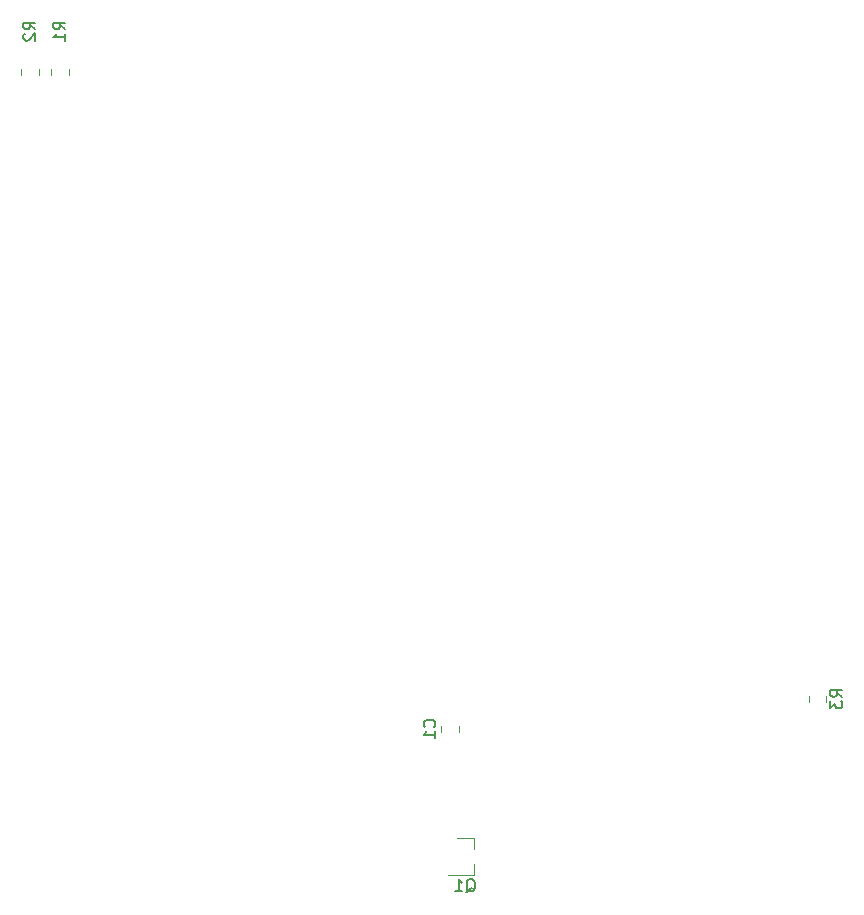
<source format=gbr>
%TF.GenerationSoftware,KiCad,Pcbnew,(5.1.8)-1*%
%TF.CreationDate,2024-07-24T23:05:17+03:00*%
%TF.ProjectId,ALU,414c552e-6b69-4636-9164-5f7063625858,rev?*%
%TF.SameCoordinates,Original*%
%TF.FileFunction,Legend,Bot*%
%TF.FilePolarity,Positive*%
%FSLAX46Y46*%
G04 Gerber Fmt 4.6, Leading zero omitted, Abs format (unit mm)*
G04 Created by KiCad (PCBNEW (5.1.8)-1) date 2024-07-24 23:05:17*
%MOMM*%
%LPD*%
G01*
G04 APERTURE LIST*
%ADD10C,0.120000*%
%ADD11C,0.150000*%
G04 APERTURE END LIST*
D10*
%TO.C,R3*%
X96620000Y-91667064D02*
X96620000Y-91212936D01*
X95150000Y-91667064D02*
X95150000Y-91212936D01*
%TO.C,R2*%
X29945000Y-38142936D02*
X29945000Y-38597064D01*
X28475000Y-38142936D02*
X28475000Y-38597064D01*
%TO.C,R1*%
X32485000Y-38142936D02*
X32485000Y-38597064D01*
X31015000Y-38142936D02*
X31015000Y-38597064D01*
%TO.C,Q1*%
X66800000Y-103195000D02*
X65340000Y-103195000D01*
X66800000Y-106355000D02*
X64640000Y-106355000D01*
X66800000Y-106355000D02*
X66800000Y-105425000D01*
X66800000Y-103195000D02*
X66800000Y-104125000D01*
%TO.C,C1*%
X65505000Y-93718748D02*
X65505000Y-94241252D01*
X64035000Y-93718748D02*
X64035000Y-94241252D01*
%TO.C,R3*%
D11*
X97987380Y-91273333D02*
X97511190Y-90940000D01*
X97987380Y-90701904D02*
X96987380Y-90701904D01*
X96987380Y-91082857D01*
X97035000Y-91178095D01*
X97082619Y-91225714D01*
X97177857Y-91273333D01*
X97320714Y-91273333D01*
X97415952Y-91225714D01*
X97463571Y-91178095D01*
X97511190Y-91082857D01*
X97511190Y-90701904D01*
X96987380Y-91606666D02*
X96987380Y-92225714D01*
X97368333Y-91892380D01*
X97368333Y-92035238D01*
X97415952Y-92130476D01*
X97463571Y-92178095D01*
X97558809Y-92225714D01*
X97796904Y-92225714D01*
X97892142Y-92178095D01*
X97939761Y-92130476D01*
X97987380Y-92035238D01*
X97987380Y-91749523D01*
X97939761Y-91654285D01*
X97892142Y-91606666D01*
%TO.C,R2*%
X29662380Y-34758333D02*
X29186190Y-34425000D01*
X29662380Y-34186904D02*
X28662380Y-34186904D01*
X28662380Y-34567857D01*
X28710000Y-34663095D01*
X28757619Y-34710714D01*
X28852857Y-34758333D01*
X28995714Y-34758333D01*
X29090952Y-34710714D01*
X29138571Y-34663095D01*
X29186190Y-34567857D01*
X29186190Y-34186904D01*
X28757619Y-35139285D02*
X28710000Y-35186904D01*
X28662380Y-35282142D01*
X28662380Y-35520238D01*
X28710000Y-35615476D01*
X28757619Y-35663095D01*
X28852857Y-35710714D01*
X28948095Y-35710714D01*
X29090952Y-35663095D01*
X29662380Y-35091666D01*
X29662380Y-35710714D01*
%TO.C,R1*%
X32202380Y-34758333D02*
X31726190Y-34425000D01*
X32202380Y-34186904D02*
X31202380Y-34186904D01*
X31202380Y-34567857D01*
X31250000Y-34663095D01*
X31297619Y-34710714D01*
X31392857Y-34758333D01*
X31535714Y-34758333D01*
X31630952Y-34710714D01*
X31678571Y-34663095D01*
X31726190Y-34567857D01*
X31726190Y-34186904D01*
X32202380Y-35710714D02*
X32202380Y-35139285D01*
X32202380Y-35425000D02*
X31202380Y-35425000D01*
X31345238Y-35329761D01*
X31440476Y-35234523D01*
X31488095Y-35139285D01*
%TO.C,Q1*%
X66135238Y-107822619D02*
X66230476Y-107775000D01*
X66325714Y-107679761D01*
X66468571Y-107536904D01*
X66563809Y-107489285D01*
X66659047Y-107489285D01*
X66611428Y-107727380D02*
X66706666Y-107679761D01*
X66801904Y-107584523D01*
X66849523Y-107394047D01*
X66849523Y-107060714D01*
X66801904Y-106870238D01*
X66706666Y-106775000D01*
X66611428Y-106727380D01*
X66420952Y-106727380D01*
X66325714Y-106775000D01*
X66230476Y-106870238D01*
X66182857Y-107060714D01*
X66182857Y-107394047D01*
X66230476Y-107584523D01*
X66325714Y-107679761D01*
X66420952Y-107727380D01*
X66611428Y-107727380D01*
X65230476Y-107727380D02*
X65801904Y-107727380D01*
X65516190Y-107727380D02*
X65516190Y-106727380D01*
X65611428Y-106870238D01*
X65706666Y-106965476D01*
X65801904Y-107013095D01*
%TO.C,C1*%
X63447142Y-93813333D02*
X63494761Y-93765714D01*
X63542380Y-93622857D01*
X63542380Y-93527619D01*
X63494761Y-93384761D01*
X63399523Y-93289523D01*
X63304285Y-93241904D01*
X63113809Y-93194285D01*
X62970952Y-93194285D01*
X62780476Y-93241904D01*
X62685238Y-93289523D01*
X62590000Y-93384761D01*
X62542380Y-93527619D01*
X62542380Y-93622857D01*
X62590000Y-93765714D01*
X62637619Y-93813333D01*
X63542380Y-94765714D02*
X63542380Y-94194285D01*
X63542380Y-94480000D02*
X62542380Y-94480000D01*
X62685238Y-94384761D01*
X62780476Y-94289523D01*
X62828095Y-94194285D01*
%TD*%
M02*

</source>
